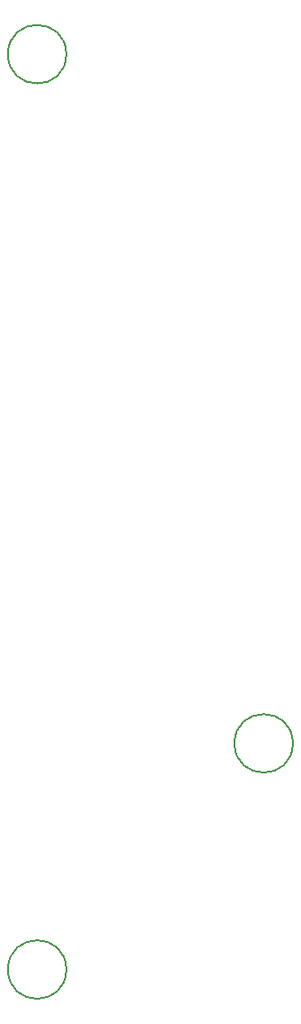
<source format=gbr>
G04 #@! TF.FileFunction,Other,Comment*
%FSLAX46Y46*%
G04 Gerber Fmt 4.6, Leading zero omitted, Abs format (unit mm)*
G04 Created by KiCad (PCBNEW 4.0.4+e1-6308~48~ubuntu15.10.1-stable) date Tue Jun 20 15:03:40 2017*
%MOMM*%
%LPD*%
G01*
G04 APERTURE LIST*
%ADD10C,0.150000*%
G04 APERTURE END LIST*
D10*
X94037600Y-117449600D02*
G75*
G03X94037600Y-117449600I-2750000J0D01*
G01*
X72691200Y-138694400D02*
G75*
G03X72691200Y-138694400I-2750000J0D01*
G01*
X72691200Y-52720000D02*
G75*
G03X72691200Y-52720000I-2750000J0D01*
G01*
M02*

</source>
